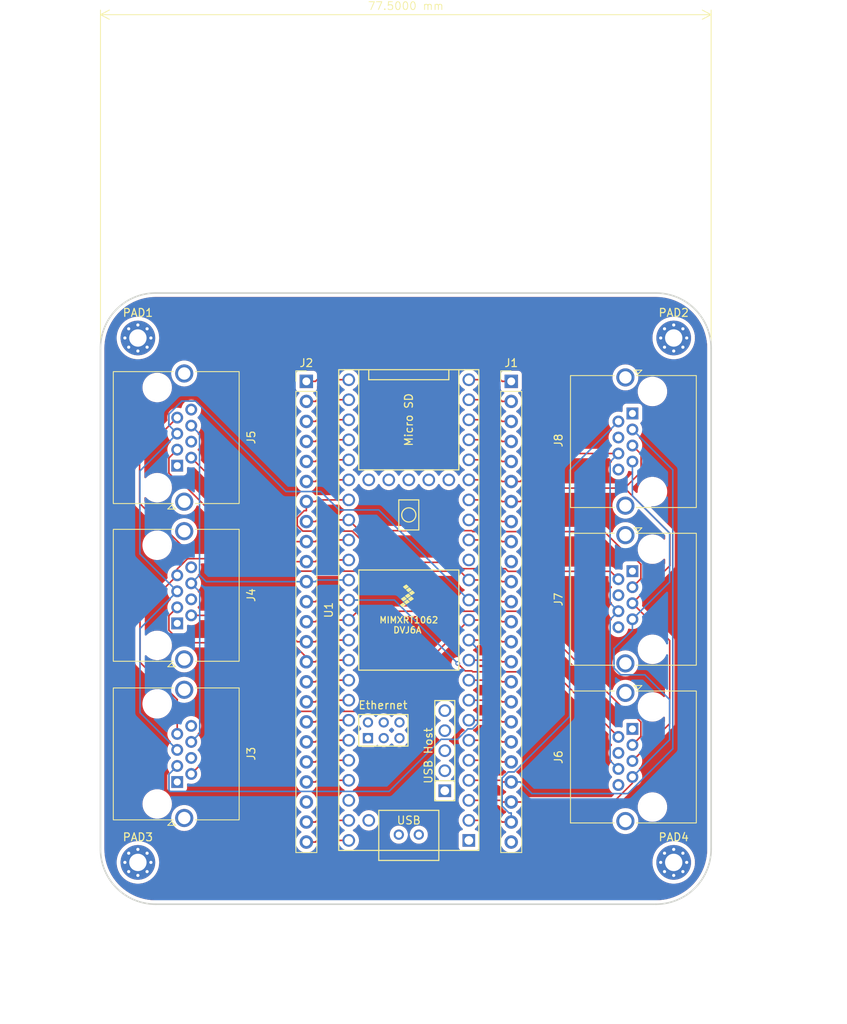
<source format=kicad_pcb>
(kicad_pcb (version 20240108) (generator "pcbnew") (generator_version "8.0")
  (layers (0 "F.Cu" signal) (1 "In1.Cu" power "VCC") (2 "In2.Cu" power "GND") (31 "B.Cu" signal) (34 "B.Paste" user) (35 "F.Paste" user) (36 "B.SilkS" user "B.Silkscreen") (37 "F.SilkS" user "F.Silkscreen") (38 "B.Mask" user) (39 "F.Mask" user) (44 "Edge.Cuts" user))
  (net 0 "")
  (net 16 "/Net-(J1-Pin_20)")
  (net 17 "/Net-(J1-Pin_24)")
  (net 18 "/Net-(J1-Pin_5)")
  (net 19 "/Net-(J1-Pin_23)")
  (net 20 "/Net-(J1-Pin_6)")
  (net 21 "/Net-(J1-Pin_10)")
  (net 22 "/Net-(J1-Pin_7)")
  (net 23 "/Net-(J1-Pin_9)")
  (net 24 "/Net-(J1-Pin_17)")
  (net 25 "/Net-(J1-Pin_21)")
  (net 26 "/Net-(J1-Pin_16)")
  (net 27 "/Net-(J1-Pin_22)")
  (net 28 "/Net-(J1-Pin_8)")
  (net 29 "/Net-(J2-Pin_16)")
  (net 30 "/Net-(J2-Pin_19)")
  (net 31 "/Net-(J2-Pin_6)")
  (net 32 "/Net-(J2-Pin_1)")
  (net 33 "/Net-(J2-Pin_17)")
  (net 34 "/Net-(J2-Pin_2)")
  (net 35 "/Net-(J2-Pin_4)")
  (net 36 "/Net-(J2-Pin_18)")
  (net 37 "/Net-(J2-Pin_3)")
  (net 38 "/Net-(J2-Pin_5)")
  (net 39 "/Net-(J2-Pin_23)")
  (net 40 "/Net-(J2-Pin_21)")
  (net 41 "/Net-(J2-Pin_20)")
  (net 44 "/Net-(J2-Pin_24)")
  (net 47 "3V3")
  (net 48 "/INT0")
  (net 49 "/MOSI0")
  (net 50 "/Net-(J2-Pin_11)")
  (net 51 "/MISO0")
  (net 52 "GND")
  (net 53 "/CS0")
  (net 54 "/INT2")
  (net 55 "/CS2")
  (net 56 "/CS4")
  (net 57 "/INT4")
  (net 58 "/MOSI1")
  (net 59 "/CS3")
  (net 60 "/INT3")
  (net 61 "/Net-(J1-Pin_19)")
  (net 62 "/MISO1")
  (net 63 "/INT5")
  (net 64 "/CS5")
  (net 65 "/CS1")
  (net 66 "/INT1")
  (footprint "Connector_PinHeader_2.54mm:PinHeader_1x24_P2.54mm_Vertical" (layer "F.Cu") (at 136.38 71)
    (property "Reference" "J2")
    (property "Value" "Conn_01x24_Pin")
  )
  (footprint "Connector_RJ:RJ45_Amphenol_RJHSE5380" (layer "F.Cu") (at 177.76 95.07 -90)
    (property "Reference" "J7")
    (property "Value" "RJ45_Amphenol_RJHSE5380")
  )
  (footprint "MountingHole:MountingHole_2.2mm_M2_Pad_Via" (layer "F.Cu") (at 183 65.5)
    (property "Reference" "PAD2")
    (property "Value" "MountingHole")
  )
  (footprint "Connector_RJ:RJ45_Amphenol_RJHSE5380" (layer "F.Cu") (at 119.99 101.69 90)
    (property "Reference" "J4")
    (property "Value" "RJ45_Amphenol_RJHSE5380")
  )
  (footprint "Connector_RJ:RJ45_Amphenol_RJHSE5380" (layer "F.Cu") (at 177.76 75.07 -90)
    (property "Reference" "J8")
    (property "Value" "RJ45_Amphenol_RJHSE5380")
  )
  (footprint "MountingHole:MountingHole_2.2mm_M2_Pad_Via" (layer "F.Cu") (at 115 132)
    (property "Reference" "PAD3")
    (property "Value" "MountingHole")
  )
  (footprint "Connector_RJ:RJ45_Amphenol_RJHSE5380" (layer "F.Cu") (at 177.76 115.07 -90)
    (property "Reference" "J6")
    (property "Value" "RJ45_Amphenol_RJHSE5380")
  )
  (footprint "TEENSY_4.1:Teensy41" (layer "F.Cu") (at 149.38 100 90)
    (property "Reference" "U1")
    (property "Value" "Teensy4.1")
  )
  (footprint "Connector_PinHeader_2.54mm:PinHeader_1x24_P2.54mm_Vertical" (layer "F.Cu") (at 162.38 71)
    (property "Reference" "J1")
    (property "Value" "Conn_01x24_Pin")
  )
  (footprint "MountingHole:MountingHole_2.2mm_M2_Pad_Via" (layer "F.Cu") (at 183 132)
    (property "Reference" "PAD4")
    (property "Value" "MountingHole")
  )
  (footprint "Connector_RJ:RJ45_Amphenol_RJHSE5380" (layer "F.Cu") (at 119.99 81.69 90)
    (property "Reference" "J5")
    (property "Value" "RJ45_Amphenol_RJHSE5380")
  )
  (footprint "MountingHole:MountingHole_2.2mm_M2_Pad_Via" (layer "F.Cu") (at 115 65.5)
    (property "Reference" "PAD1")
    (property "Value" "MountingHole")
  )
  (footprint "Connector_RJ:RJ45_Amphenol_RJHSE5380" (layer "F.Cu") (at 119.99 121.8 90)
    (property "Reference" "J3")
    (property "Value" "RJ45_Amphenol_RJHSE5380")
  )
  (gr_arc (start 110.25 66.8) (mid 112.300253 61.850253) (end 117.25 59.8) (stroke (width 0.2)) (layer "Edge.Cuts"))
  (gr_arc (start 117.25 137.3) (mid 112.300253 135.249747) (end 110.25 130.3) (stroke (width 0.2)) (layer "Edge.Cuts"))
  (gr_line (start 187.75 66.8) (end 187.75 130.3) (stroke (width 0.2)) (layer "Edge.Cuts"))
  (gr_arc (start 180.75 59.8) (mid 185.699747 61.850253) (end 187.75 66.8) (stroke (width 0.2)) (layer "Edge.Cuts"))
  (gr_line (start 180.75 137.3) (end 117.25 137.3) (stroke (width 0.2)) (layer "Edge.Cuts"))
  (gr_line (start 110.25 130.3) (end 110.25 66.8) (stroke (width 0.2)) (layer "Edge.Cuts"))
  (gr_arc (start 187.75 130.3) (mid 185.699747 135.249747) (end 180.75 137.3) (stroke (width 0.2)) (layer "Edge.Cuts"))
  (gr_line (start 117.25 59.8) (end 180.75 59.8) (stroke (width 0.2)) (layer "Edge.Cuts"))
  (dimension (type aligned) (layer "F.SilkS") (pts (xy 110.25 98.55) (xy 187.75 98.55)) (height -74.05) (gr_text "77.5000 mm" (at 149 23.4 0) (layer "F.SilkS") (effects (font (size 1 1) (thickness 0.1)))) (format (prefix "") (suffix "") (units 3) (units_format 1) (precision 4)) (style (thickness 0.1) (arrow_length 1.27) (text_position_mode 0) (extension_height 0.58642) (extension_offset 0.5) keep_text_aligned))
  (segment (start 162.38 81.16) (end 161.2283 81.16) (width 0.2) (layer "F.Cu") (net 16))
  (segment (start 157 80.95) (end 161.0183 80.95) (width 0.2) (layer "F.Cu") (net 16))
  (segment (start 161.0183 80.95) (end 161.2283 81.16) (width 0.2) (layer "F.Cu") (net 16))
  (segment (start 161.0183 70.79) (end 161.2283 71) (width 0.2) (layer "F.Cu") (net 17))
  (segment (start 162.38 71) (end 161.2283 71) (width 0.2) (layer "F.Cu") (net 17))
  (segment (start 157 70.79) (end 161.0183 70.79) (width 0.2) (layer "F.Cu") (net 17))
  (segment (start 157 119.05) (end 161.0183 119.05) (width 0.2) (layer "F.Cu") (net 18))
  (segment (start 162.38 119.26) (end 161.2283 119.26) (width 0.2) (layer "F.Cu") (net 18))
  (segment (start 161.0183 119.05) (end 161.2283 119.26) (width 0.2) (layer "F.Cu") (net 18))
  (segment (start 162.38 73.54) (end 161.2283 73.54) (width 0.2) (layer "F.Cu") (net 19))
  (segment (start 157 73.33) (end 161.0183 73.33) (width 0.2) (layer "F.Cu") (net 19))
  (segment (start 161.0183 73.33) (end 161.2283 73.54) (width 0.2) (layer "F.Cu") (net 19))
  (segment (start 162.38 116.72) (end 161.2283 116.72) (width 0.2) (layer "F.Cu") (net 20))
  (segment (start 157 116.51) (end 161.0183 116.51) (width 0.2) (layer "F.Cu") (net 20))
  (segment (start 161.0183 116.51) (end 161.2283 116.72) (width 0.2) (layer "F.Cu") (net 20))
  (segment (start 161.0183 106.35) (end 161.2283 106.56) (width 0.2) (layer "F.Cu") (net 21))
  (segment (start 162.38 106.56) (end 161.2283 106.56) (width 0.2) (layer "F.Cu") (net 21))
  (segment (start 157 106.35) (end 161.0183 106.35) (width 0.2) (layer "F.Cu") (net 21))
  (segment (start 157 113.97) (end 161.0183 113.97) (width 0.2) (layer "F.Cu") (net 22))
  (segment (start 162.38 114.18) (end 161.2283 114.18) (width 0.2) (layer "F.Cu") (net 22))
  (segment (start 161.0183 113.97) (end 161.2283 114.18) (width 0.2) (layer "F.Cu") (net 22))
  (segment (start 162.38 109.1) (end 161.2283 109.1) (width 0.2) (layer "F.Cu") (net 23))
  (segment (start 161.0183 108.89) (end 161.2283 109.1) (width 0.2) (layer "F.Cu") (net 23))
  (segment (start 157 108.89) (end 161.0183 108.89) (width 0.2) (layer "F.Cu") (net 23))
  (segment (start 157 88.57) (end 161.0183 88.57) (width 0.2) (layer "F.Cu") (net 24))
  (segment (start 161.0183 88.57) (end 161.2283 88.78) (width 0.2) (layer "F.Cu") (net 24))
  (segment (start 162.38 88.78) (end 161.2283 88.78) (width 0.2) (layer "F.Cu") (net 24))
  (segment (start 157 78.41) (end 161.0183 78.41) (width 0.2) (layer "F.Cu") (net 25))
  (segment (start 161.0183 78.41) (end 161.2283 78.62) (width 0.2) (layer "F.Cu") (net 25))
  (segment (start 162.38 78.62) (end 161.2283 78.62) (width 0.2) (layer "F.Cu") (net 25))
  (segment (start 161.0183 91.11) (end 161.2283 91.32) (width 0.2) (layer "F.Cu") (net 26))
  (segment (start 162.38 91.32) (end 161.2283 91.32) (width 0.2) (layer "F.Cu") (net 26))
  (segment (start 157 91.11) (end 161.0183 91.11) (width 0.2) (layer "F.Cu") (net 26))
  (segment (start 162.38 76.08) (end 161.2283 76.08) (width 0.2) (layer "F.Cu") (net 27))
  (segment (start 161.0183 75.87) (end 161.2283 76.08) (width 0.2) (layer "F.Cu") (net 27))
  (segment (start 157 75.87) (end 161.0183 75.87) (width 0.2) (layer "F.Cu") (net 27))
  (segment (start 161.0183 111.43) (end 161.2283 111.64) (width 0.2) (layer "F.Cu") (net 28))
  (segment (start 157 111.43) (end 161.0183 111.43) (width 0.2) (layer "F.Cu") (net 28))
  (segment (start 162.38 111.64) (end 161.2283 111.64) (width 0.2) (layer "F.Cu") (net 28))
  (segment (start 141.76 108.89) (end 137.7417 108.89) (width 0.2) (layer "F.Cu") (net 29))
  (segment (start 137.7417 108.89) (end 137.5317 109.1) (width 0.2) (layer "F.Cu") (net 29))
  (segment (start 136.38 109.1) (end 137.5317 109.1) (width 0.2) (layer "F.Cu") (net 29))
  (segment (start 136.38 116.72) (end 137.5317 116.72) (width 0.2) (layer "F.Cu") (net 30))
  (segment (start 137.7417 116.51) (end 137.5317 116.72) (width 0.2) (layer "F.Cu") (net 30))
  (segment (start 141.76 116.51) (end 137.7417 116.51) (width 0.2) (layer "F.Cu") (net 30))
  (segment (start 141.76 83.49) (end 137.7417 83.49) (width 0.2) (layer "F.Cu") (net 31))
  (segment (start 137.7417 83.49) (end 137.5317 83.7) (width 0.2) (layer "F.Cu") (net 31))
  (segment (start 136.38 83.7) (end 137.5317 83.7) (width 0.2) (layer "F.Cu") (net 31))
  (segment (start 136.38 71) (end 137.5317 71) (width 0.2) (layer "F.Cu") (net 32))
  (segment (start 137.7417 70.79) (end 137.5317 71) (width 0.2) (layer "F.Cu") (net 32))
  (segment (start 141.76 70.79) (end 137.7417 70.79) (width 0.2) (layer "F.Cu") (net 32))
  (segment (start 137.7417 111.43) (end 137.5317 111.64) (width 0.2) (layer "F.Cu") (net 33))
  (segment (start 141.76 111.43) (end 137.7417 111.43) (width 0.2) (layer "F.Cu") (net 33))
  (segment (start 136.38 111.64) (end 137.5317 111.64) (width 0.2) (layer "F.Cu") (net 33))
  (segment (start 137.7417 73.33) (end 137.5317 73.54) (width 0.2) (layer "F.Cu") (net 34))
  (segment (start 136.38 73.54) (end 137.5317 73.54) (width 0.2) (layer "F.Cu") (net 34))
  (segment (start 141.76 73.33) (end 137.7417 73.33) (width 0.2) (layer "F.Cu") (net 34))
  (segment (start 137.7417 78.41) (end 137.5317 78.62) (width 0.2) (layer "F.Cu") (net 35))
  (segment (start 141.76 78.41) (end 137.7417 78.41) (width 0.2) (layer "F.Cu") (net 35))
  (segment (start 136.38 78.62) (end 137.5317 78.62) (width 0.2) (layer "F.Cu") (net 35))
  (segment (start 137.7417 113.97) (end 137.5317 114.18) (width 0.2) (layer "F.Cu") (net 36))
  (segment (start 141.76 113.97) (end 137.7417 113.97) (width 0.2) (layer "F.Cu") (net 36))
  (segment (start 136.38 114.18) (end 137.5317 114.18) (width 0.2) (layer "F.Cu") (net 36))
  (segment (start 136.38 76.08) (end 137.5317 76.08) (width 0.2) (layer "F.Cu") (net 37))
  (segment (start 137.7417 75.87) (end 137.5317 76.08) (width 0.2) (layer "F.Cu") (net 37))
  (segment (start 141.76 75.87) (end 137.7417 75.87) (width 0.2) (layer "F.Cu") (net 37))
  (segment (start 136.38 81.16) (end 137.5317 81.16) (width 0.2) (layer "F.Cu") (net 38))
  (segment (start 137.7417 80.95) (end 137.5317 81.16) (width 0.2) (layer "F.Cu") (net 38))
  (segment (start 141.76 80.95) (end 137.7417 80.95) (width 0.2) (layer "F.Cu") (net 38))
  (segment (start 136.38 126.88) (end 137.5317 126.88) (width 0.2) (layer "F.Cu") (net 39))
  (segment (start 137.7417 126.67) (end 137.5317 126.88) (width 0.2) (layer "F.Cu") (net 39))
  (segment (start 141.76 126.67) (end 137.7417 126.67) (width 0.2) (layer "F.Cu") (net 39))
  (segment (start 136.38 121.8) (end 137.5317 121.8) (width 0.2) (layer "F.Cu") (net 40))
  (segment (start 141.76 121.59) (end 137.7417 121.59) (width 0.2) (layer "F.Cu") (net 40))
  (segment (start 137.7417 121.59) (end 137.5317 121.8) (width 0.2) (layer "F.Cu") (net 40))
  (segment (start 136.38 119.26) (end 137.5317 119.26) (width 0.2) (layer "F.Cu") (net 41))
  (segment (start 141.76 119.05) (end 137.7417 119.05) (width 0.2) (layer "F.Cu") (net 41))
  (segment (start 137.7417 119.05) (end 137.5317 119.26) (width 0.2) (layer "F.Cu") (net 41))
  (segment (start 137.7417 129.21) (end 137.5317 129.42) (width 0.2) (layer "F.Cu") (net 44))
  (segment (start 136.38 129.42) (end 137.5317 129.42) (width 0.2) (layer "F.Cu") (net 44))
  (segment (start 141.76 129.21) (end 137.7417 129.21) (width 0.2) (layer "F.Cu") (net 44))
  (segment (start 157.001 103.81) (end 157.0005 103.81) (width 0.2) (layer "F.Cu") (net 48))
  (segment (start 157.0613 103.81) (end 157.0307 103.81) (width 0.2) (layer "F.Cu") (net 48))
  (segment (start 157.0003 103.81) (end 157.0002 103.81) (width 0.2) (layer "F.Cu") (net 48))
  (segment (start 157.0005 103.81) (end 157.0003 103.81) (width 0.2) (layer "F.Cu") (net 48))
  (segment (start 157.1225 103.81) (end 157.0613 103.81) (width 0.2) (layer "F.Cu") (net 48))
  (segment (start 161.0183 103.81) (end 157.49 103.81) (width 0.2) (layer "F.Cu") (net 48))
  (segment (start 157.49 103.81) (end 157.245 103.81) (width 0.2) (layer "F.Cu") (net 48))
  (segment (start 157.0077 103.81) (end 157.0039 103.81) (width 0.2) (layer "F.Cu") (net 48))
  (segment (start 157.0002 103.81) (end 157.0001 103.81) (width 0.2) (layer "F.Cu") (net 48))
  (segment (start 157.002 103.81) (end 157.001 103.81) (width 0.2) (layer "F.Cu") (net 48))
  (segment (start 157.245 103.81) (end 157.1225 103.81) (width 0.2) (layer "F.Cu") (net 48))
  (segment (start 157.0039 103.81) (end 157.002 103.81) (width 0.2) (layer "F.Cu") (net 48))
  (segment (start 157.0154 103.81) (end 157.0077 103.81) (width 0.2) (layer "F.Cu") (net 48))
  (segment (start 162.38 104.02) (end 161.2283 104.02) (width 0.2) (layer "F.Cu") (net 48))
  (segment (start 157.0001 103.81) (end 157 103.81) (width 0.2) (layer "F.Cu") (net 48))
  (segment (start 161.2283 104.02) (end 161.0183 103.81) (width 0.2) (layer "F.Cu") (net 48))
  (segment (start 157.0307 103.81) (end 157.0154 103.81) (width 0.2) (layer "F.Cu") (net 48))
  (segment (start 118.94 122.85) (end 119.09 123) (width 0.2) (layer "B.Cu") (net 48))
  (segment (start 146.88 123) (end 153.4892 116.3908) (width 0.2) (layer "B.Cu") (net 48))
  (segment (start 158.1 104.91) (end 157 103.81) (width 0.2) (layer "B.Cu") (net 48))
  (segment (start 119.99 119.768) (end 118.94 120.818) (width 0.2) (layer "B.Cu") (net 48))
  (segment (start 119.09 123) (end 146.88 123) (width 0.2) (layer "B.Cu") (net 48))
  (segment (start 153.4892 116.3908) (end 155.5592 116.3908) (width 0.2) (layer "B.Cu") (net 48))
  (segment (start 155.5592 116.3908) (end 156.88 115.07) (width 0.2) (layer "B.Cu") (net 48))
  (segment (start 157.455635 115.07) (end 158.1 114.425635) (width 0.2) (layer "B.Cu") (net 48))
  (segment (start 156.88 115.07) (end 157.455635 115.07) (width 0.2) (layer "B.Cu") (net 48))
  (segment (start 118.94 120.818) (end 118.94 122.85) (width 0.2) (layer "B.Cu") (net 48))
  (segment (start 158.1 114.425635) (end 158.1 104.91) (width 0.2) (layer "B.Cu") (net 48))
  (segment (start 161.0183 98.73) (end 157 98.73) (width 0.2) (layer "F.Cu") (net 49))
  (segment (start 162.38 98.94) (end 161.2283 98.94) (width 0.2) (layer "F.Cu") (net 49))
  (segment (start 161.2283 98.94) (end 161.0183 98.73) (width 0.2) (layer "F.Cu") (net 49))
  (segment (start 138.205 84.97) (end 133.7828 84.97) (width 0.2) (layer "B.Cu") (net 49))
  (segment (start 119.99 77.626) (end 115.2513 82.3647) (width 0.2) (layer "B.Cu") (net 49))
  (segment (start 115.2513 82.3647) (end 115.2513 92.8873) (width 0.2) (layer "B.Cu") (net 49))
  (segment (start 115.2513 92.8873) (end 119.99 97.626) (width 0.2) (layer "B.Cu") (net 49))
  (segment (start 118.929 75.1458) (end 118.929 76.565) (width 0.2) (layer "B.Cu") (net 49))
  (segment (start 119.99 97.626) (end 115.2683 102.3477) (width 0.2) (layer "B.Cu") (net 49))
  (segment (start 140.535 87.3) (end 138.205 84.97) (width 0.2) (layer "B.Cu") (net 49))
  (segment (start 120.5815 73.4933) (end 118.929 75.1458) (width 0.2) (layer "B.Cu") (net 49))
  (segment (start 115.2683 113.0143) (end 119.99 117.736) (width 0.2) (layer "B.Cu") (net 49))
  (segment (start 157 98.73) (end 145.57 87.3) (width 0.2) (layer "B.Cu") (net 49))
  (segment (start 133.7828 84.97) (end 122.3061 73.4933) (width 0.2) (layer "B.Cu") (net 49))
  (segment (start 145.57 87.3) (end 140.535 87.3) (width 0.2) (layer "B.Cu") (net 49))
  (segment (start 118.929 76.565) (end 119.99 77.626) (width 0.2) (layer "B.Cu") (net 49))
  (segment (start 122.3061 73.4933) (end 120.5815 73.4933) (width 0.2) (layer "B.Cu") (net 49))
  (segment (start 115.2683 102.3477) (end 115.2683 113.0143) (width 0.2) (layer "B.Cu") (net 49))
  (segment (start 136.38 96.4) (end 137.5317 96.4) (width 0.2) (layer "B.Cu") (net 50))
  (segment (start 122.8424 115.6476) (end 122.8424 97.6824) (width 0.2) (layer "B.Cu") (net 50))
  (segment (start 136.38 96.4) (end 123.6634 96.4) (width 0.2) (layer "B.Cu") (net 50))
  (segment (start 122.8217 95.5583) (end 121.77 96.61) (width 0.2) (layer "B.Cu") (net 50))
  (segment (start 122.8424 97.6824) (end 121.77 96.61) (width 0.2) (layer "B.Cu") (net 50))
  (segment (start 141.76 96.19) (end 137.7417 96.19) (width 0.2) (layer "B.Cu") (net 50))
  (segment (start 121.77 116.72) (end 122.8424 115.6476) (width 0.2) (layer "B.Cu") (net 50))
  (segment (start 123.6634 96.4) (end 122.8217 95.5583) (width 0.2) (layer "B.Cu") (net 50))
  (segment (start 137.7417 96.19) (end 137.5317 96.4) (width 0.2) (layer "B.Cu") (net 50))
  (segment (start 121.77 76.61) (end 122.8217 77.6617) (width 0.2) (layer "B.Cu") (net 50))
  (segment (start 122.8217 77.6617) (end 122.8217 95.5583) (width 0.2) (layer "B.Cu") (net 50))
  (segment (start 115.217 86.4686) (end 115.217 80.367) (width 0.2) (layer "F.Cu") (net 51))
  (segment (start 161.0183 96.19) (end 157 96.19) (width 0.2) (layer "F.Cu") (net 51))
  (segment (start 121.3032 93.4854) (end 119.99 94.7986) (width 0.2) (layer "F.Cu") (net 51))
  (segment (start 155.8758 95.0658) (end 126.8404 95.0658) (width 0.2) (layer "F.Cu") (net 51))
  (segment (start 119.99 95.594) (end 115.2692 100.3148) (width 0.2) (layer "F.Cu") (net 51))
  (segment (start 157 96.19) (end 155.8758 95.0658) (width 0.2) (layer "F.Cu") (net 51))
  (segment (start 121.3032 93.4854) (end 121.3032 92.5548) (width 0.2) (layer "F.Cu") (net 51))
  (segment (start 125.26 93.4854) (end 121.3032 93.4854) (width 0.2) (layer "F.Cu") (net 51))
  (segment (start 126.8404 95.0658) (end 125.26 93.4854) (width 0.2) (layer "F.Cu") (net 51))
  (segment (start 115.217 80.367) (end 119.99 75.594) (width 0.2) (layer "F.Cu") (net 51))
  (segment (start 162.38 96.4) (end 161.2283 96.4) (width 0.2) (layer "F.Cu") (net 51))
  (segment (start 161.2283 96.4) (end 161.0183 96.19) (width 0.2) (layer "F.Cu") (net 51))
  (segment (start 119.99 94.7986) (end 119.99 95.594) (width 0.2) (layer "F.Cu") (net 51))
  (segment (start 115.2692 100.3148) (end 115.2692 106.6308) (width 0.2) (layer "F.Cu") (net 51))
  (segment (start 119.99 111.3516) (end 119.99 115.704) (width 0.2) (layer "F.Cu") (net 51))
  (segment (start 121.3032 92.5548) (end 115.217 86.4686) (width 0.2) (layer "F.Cu") (net 51))
  (segment (start 115.2692 106.6308) (end 119.99 111.3516) (width 0.2) (layer "F.Cu") (net 51))
  (segment (start 162.38 101.48) (end 161.2283 101.48) (width 0.2) (layer "F.Cu") (net 53))
  (segment (start 161.0183 101.27) (end 157 101.27) (width 0.2) (layer "F.Cu") (net 53))
  (segment (start 161.2283 101.48) (end 161.0183 101.27) (width 0.2) (layer "F.Cu") (net 53))
  (segment (start 145.4238 112.8462) (end 157 101.27) (width 0.2) (layer "F.Cu") (net 53))
  (segment (start 129.7078 112.8462) (end 145.4238 112.8462) (width 0.2) (layer "F.Cu") (net 53))
  (segment (start 121.77 120.784) (end 129.7078 112.8462) (width 0.2) (layer "F.Cu") (net 53))
  (segment (start 136.9559 106.56) (end 134.5381 104.1422) (width 0.2) (layer "F.Cu") (net 54))
  (segment (start 141.76 106.35) (end 137.7417 106.35) (width 0.2) (layer "F.Cu") (net 54))
  (segment (start 136.9559 106.56) (end 137.5317 106.56) (width 0.2) (layer "F.Cu") (net 54))
  (segment (start 137.7417 106.35) (end 137.5317 106.56) (width 0.2) (layer "F.Cu") (net 54))
  (segment (start 118.9319 102.5598) (end 118.9319 100.7161) (width 0.2) (layer "F.Cu") (net 54))
  (segment (start 120.5143 104.1422) (end 118.9319 102.5598) (width 0.2) (layer "F.Cu") (net 54))
  (segment (start 118.9319 100.7161) (end 119.99 99.658) (width 0.2) (layer "F.Cu") (net 54))
  (segment (start 134.5381 104.1422) (end 120.5143 104.1422) (width 0.2) (layer "F.Cu") (net 54))
  (segment (start 136.38 106.56) (end 136.9559 106.56) (width 0.2) (layer "F.Cu") (net 54))
  (segment (start 136.38 104.02) (end 137.5317 104.02) (width 0.2) (layer "F.Cu") (net 55))
  (segment (start 121.77 100.674) (end 131.8823 100.674) (width 0.2) (layer "F.Cu") (net 55))
  (segment (start 137.7417 103.81) (end 137.5317 104.02) (width 0.2) (layer "F.Cu") (net 55))
  (segment (start 141.76 103.81) (end 137.7417 103.81) (width 0.2) (layer "F.Cu") (net 55))
  (segment (start 136.38 104.02) (end 135.2283 104.02) (width 0.2) (layer "F.Cu") (net 55))
  (segment (start 131.8823 100.674) (end 135.2283 104.02) (width 0.2) (layer "F.Cu") (net 55))
  (segment (start 141.76 91.11) (end 137.7417 91.11) (width 0.2) (layer "F.Cu") (net 56))
  (segment (start 121.77 80.674) (end 132.416 91.32) (width 0.2) (layer "F.Cu") (net 56))
  (segment (start 132.416 91.32) (end 136.38 91.32) (width 0.2) (layer "F.Cu") (net 56))
  (segment (start 136.38 91.32) (end 137.5317 91.32) (width 0.2) (layer "F.Cu") (net 56))
  (segment (start 137.7417 91.11) (end 137.5317 91.32) (width 0.2) (layer "F.Cu") (net 56))
  (segment (start 118.9319 80.7161) (end 119.99 79.658) (width 0.2) (layer "F.Cu") (net 57))
  (segment (start 136.38 93.86) (end 130.5859 93.86) (width 0.2) (layer "F.Cu") (net 57))
  (segment (start 141.76 93.65) (end 137.7417 93.65) (width 0.2) (layer "F.Cu") (net 57))
  (segment (start 136.38 93.86) (end 137.5317 93.86) (width 0.2) (layer "F.Cu") (net 57))
  (segment (start 118.9319 82.6294) (end 118.9319 80.7161) (width 0.2) (layer "F.Cu") (net 57))
  (segment (start 120.9605 84.2346) (end 120.5371 84.2346) (width 0.2) (layer "F.Cu") (net 57))
  (segment (start 130.5859 93.86) (end 120.9605 84.2346) (width 0.2) (layer "F.Cu") (net 57))
  (segment (start 137.7417 93.65) (end 137.5317 93.86) (width 0.2) (layer "F.Cu") (net 57))
  (segment (start 120.5371 84.2346) (end 118.9319 82.6294) (width 0.2) (layer "F.Cu") (net 57))
  (segment (start 182.4927 103.8667) (end 182.4927 114.4013) (width 0.2) (layer "F.Cu") (net 58))
  (segment (start 182.5224 94.3716) (end 177.76 99.134) (width 0.2) (layer "F.Cu") (net 58))
  (segment (start 161.0183 86.03) (end 161.2283 86.24) (width 0.2) (layer "F.Cu") (net 58))
  (segment (start 157 86.03) (end 161.0183 86.03) (width 0.2) (layer "F.Cu") (net 58))
  (segment (start 182.5224 90.2807) (end 182.5224 94.3716) (width 0.2) (layer "F.Cu") (net 58))
  (segment (start 161.8042 86.24) (end 161.2283 86.24) (width 0.2) (layer "F.Cu") (net 58))
  (segment (start 162.38 86.24) (end 163.5317 86.24) (width 0.2) (layer "F.Cu") (net 58))
  (segment (start 165.2347 84.537) (end 163.5317 86.24) (width 0.2) (layer "F.Cu") (net 58))
  (segment (start 176.7787 84.537) (end 165.2347 84.537) (width 0.2) (layer "F.Cu") (net 58))
  (segment (start 178.8629 82.4528) (end 176.7787 84.537) (width 0.2) (layer "F.Cu") (net 58))
  (segment (start 182.4927 114.4013) (end 177.76 119.134) (width 0.2) (layer "F.Cu") (net 58))
  (segment (start 177.76 99.134) (end 182.4927 103.8667) (width 0.2) (layer "F.Cu") (net 58))
  (segment (start 178.8629 80.2369) (end 178.8629 82.4528) (width 0.2) (layer "F.Cu") (net 58))
  (segment (start 177.76 79.134) (end 178.8629 80.2369) (width 0.2) (layer "F.Cu") (net 58))
  (segment (start 176.7787 84.537) (end 182.5224 90.2807) (width 0.2) (layer "F.Cu") (net 58))
  (segment (start 162.38 86.24) (end 161.8042 86.24) (width 0.2) (layer "F.Cu") (net 58))
  (segment (start 167.724 107.83) (end 175.98 116.086) (width 0.2) (layer "F.Cu") (net 59))
  (segment (start 157.4981 107.83) (end 167.724 107.83) (width 0.2) (layer "F.Cu") (net 59))
  (segment (start 141.76 98.73) (end 137.7417 98.73) (width 0.2) (layer "F.Cu") (net 59))
  (segment (start 136.38 98.94) (end 137.5317 98.94) (width 0.2) (layer "F.Cu") (net 59))
  (segment (start 156.5322 107.7102) (end 157.3783 107.7102) (width 0.2) (layer "F.Cu") (net 59))
  (segment (start 155.5888 106.7668) (end 156.5322 107.7102) (width 0.2) (layer "F.Cu") (net 59))
  (segment (start 157.3783 107.7102) (end 157.4981 107.83) (width 0.2) (layer "F.Cu") (net 59))
  (segment (start 137.7417 98.73) (end 137.5317 98.94) (width 0.2) (layer "F.Cu") (net 59))
  (via (at 155.5888 106.7668) (size 0.6) (drill 0.3) (layers "F.Cu" "B.Cu") (net 59))
  (segment (start 141.76 98.73) (end 147.552 98.73) (width 0.2) (layer "B.Cu") (net 59))
  (segment (start 147.552 98.73) (end 155.5888 106.7668) (width 0.2) (layer "B.Cu") (net 59))
  (segment (start 178.8352 116.0268) (end 178.8352 114.1997) (width 0.2) (layer "F.Cu") (net 60))
  (segment (start 178.8352 114.1997) (end 177.247 112.6115) (width 0.2) (layer "F.Cu") (net 60))
  (segment (start 177.76 117.102) (end 178.8352 116.0268) (width 0.2) (layer "F.Cu") (net 60))
  (segment (start 137.7417 101.27) (end 137.5317 101.48) (width 0.2) (layer "F.Cu") (net 60))
  (segment (start 141.76 101.27) (end 137.7417 101.27) (width 0.2) (layer "F.Cu") (net 60))
  (segment (start 164.2753 100.1501) (end 142.8799 100.1501) (width 0.2) (layer "F.Cu") (net 60))
  (segment (start 142.8799 100.1501) (end 141.76 101.27) (width 0.2) (layer "F.Cu") (net 60))
  (segment (start 176.7367 112.6115) (end 164.2753 100.1501) (width 0.2) (layer "F.Cu") (net 60))
  (segment (start 177.247 112.6115) (end 176.7367 112.6115) (width 0.2) (layer "F.Cu") (net 60))
  (segment (start 136.38 101.48) (end 137.5317 101.48) (width 0.2) (layer "F.Cu") (net 60))
  (segment (start 157 83.49) (end 161.0183 83.49) (width 0.2) (layer "F.Cu") (net 61))
  (segment (start 162.38 83.7) (end 161.2283 83.7) (width 0.2) (layer "F.Cu") (net 61))
  (segment (start 162.38 83.7) (end 163.5317 83.7) (width 0.2) (layer "F.Cu") (net 61))
  (segment (start 161.0183 83.49) (end 161.2283 83.7) (width 0.2) (layer "F.Cu") (net 61))
  (segment (start 175.98 80.15) (end 167.0817 80.15) (width 0.2) (layer "F.Cu") (net 61))
  (segment (start 167.0817 80.15) (end 163.5317 83.7) (width 0.2) (layer "F.Cu") (net 61))
  (segment (start 174.9283 99.0983) (end 175.98 100.15) (width 0.2) (layer "B.Cu") (net 61))
  (segment (start 174.9283 101.2017) (end 175.98 100.15) (width 0.2) (layer "B.Cu") (net 61))
  (segment (start 175.98 120.15) (end 174.9283 119.0983) (width 0.2) (layer "B.Cu") (net 61))
  (segment (start 175.98 80.15) (end 174.9283 81.2017) (width 0.2) (layer "B.Cu") (net 61))
  (segment (start 174.9283 119.0983) (end 174.9283 101.2017) (width 0.2) (layer "B.Cu") (net 61))
  (segment (start 174.9283 81.2017) (end 174.9283 99.0983) (width 0.2) (layer "B.Cu") (net 61))
  (segment (start 157 124.13) (end 161.0183 124.13) (width 0.2) (layer "F.Cu") (net 62))
  (segment (start 175.3657 124.34) (end 177.76 121.9457) (width 0.2) (layer "F.Cu") (net 62))
  (segment (start 161.0183 124.13) (end 161.2283 124.34) (width 0.2) (layer "F.Cu") (net 62))
  (segment (start 177.76 121.9457) (end 177.76 121.166) (width 0.2) (layer "F.Cu") (net 62))
  (segment (start 162.38 124.34) (end 161.2283 124.34) (width 0.2) (layer "F.Cu") (net 62))
  (segment (start 162.38 124.34) (end 175.3657 124.34) (width 0.2) (layer "F.Cu") (net 62))
  (segment (start 177.76 85.5183) (end 182.4782 90.2365) (width 0.2) (layer "B.Cu") (net 62))
  (segment (start 182.4782 96.4478) (end 177.76 101.166) (width 0.2) (layer "B.Cu") (net 62))
  (segment (start 177.76 81.166) (end 177.76 85.5183) (width 0.2) (layer "B.Cu") (net 62))
  (segment (start 177.76 102.5543) (end 177.76 101.166) (width 0.2) (layer "B.Cu") (net 62))
  (segment (start 182.4767 111.3491) (end 179.3393 108.2117) (width 0.2) (layer "B.Cu") (net 62))
  (segment (start 175.4183 107.3613) (end 175.4183 104.896) (width 0.2) (layer "B.Cu") (net 62))
  (segment (start 179.3393 108.2117) (end 176.2687 108.2117) (width 0.2) (layer "B.Cu") (net 62))
  (segment (start 182.4782 90.2365) (end 182.4782 96.4478) (width 0.2) (layer "B.Cu") (net 62))
  (segment (start 176.2687 108.2117) (end 175.4183 107.3613) (width 0.2) (layer "B.Cu") (net 62))
  (segment (start 182.4767 116.4493) (end 182.4767 111.3491) (width 0.2) (layer "B.Cu") (net 62))
  (segment (start 177.76 121.166) (end 182.4767 116.4493) (width 0.2) (layer "B.Cu") (net 62))
  (segment (start 175.4183 104.896) (end 177.76 102.5543) (width 0.2) (layer "B.Cu") (net 62))
  (segment (start 157.4981 90.05) (end 174.1752 90.05) (width 0.2) (layer "F.Cu") (net 63))
  (segment (start 176.7367 92.6115) (end 177.247 92.6115) (width 0.2) (layer "F.Cu") (net 63))
  (segment (start 177.247 92.6115) (end 178.8352 94.1997) (width 0.2) (layer "F.Cu") (net 63))
  (segment (start 137.7417 88.57) (end 141.76 88.57) (width 0.2) (layer "F.Cu") (net 63))
  (segment (start 143.1202 89.9302) (end 157.3783 89.9302) (width 0.2) (layer "F.Cu") (net 63))
  (segment (start 157.3783 89.9302) (end 157.4981 90.05) (width 0.2) (layer "F.Cu") (net 63))
  (segment (start 174.1752 90.05) (end 176.7367 92.6115) (width 0.2) (layer "F.Cu") (net 63))
  (segment (start 137.5317 88.78) (end 137.7417 88.57) (width 0.2) (layer "F.Cu") (net 63))
  (segment (start 141.76 88.57) (end 143.1202 89.9302) (width 0.2) (layer "F.Cu") (net 63))
  (segment (start 178.8352 94.1997) (end 178.8352 96.0268) (width 0.2) (layer "F.Cu") (net 63))
  (segment (start 136.38 88.78) (end 137.5317 88.78) (width 0.2) (layer "F.Cu") (net 63))
  (segment (start 178.8352 96.0268) (end 177.76 97.102) (width 0.2) (layer "F.Cu") (net 63))
  (segment (start 135.2245 89.2871) (end 135.2245 88.2787) (width 0.2) (layer "F.Cu") (net 64))
  (segment (start 137.7417 86.03) (end 137.5317 86.24) (width 0.2) (layer "F.Cu") (net 64))
  (segment (start 135.9276 89.9902) (end 135.2245 89.2871) (width 0.2) (layer "F.Cu") (net 64))
  (segment (start 161.981 95.0898) (end 161.6429 94.7517) (width 0.2) (layer "F.Cu") (net 64))
  (segment (start 136.38 86.24) (end 137.5317 86.24) (width 0.2) (layer "F.Cu") (net 64))
  (segment (start 136.38 86.24) (end 136.38 87.3917) (width 0.2) (layer "F.Cu") (net 64))
  (segment (start 174.9838 95.0898) (end 161.981 95.0898) (width 0.2) (layer "F.Cu") (net 64))
  (segment (start 135.2245 88.2787) (end 136.1115 87.3917) (width 0.2) (layer "F.Cu") (net 64))
  (segment (start 136.1115 87.3917) (end 136.38 87.3917) (width 0.2) (layer "F.Cu") (net 64))
  (segment (start 161.6429 94.7517) (end 156.1895 94.7517) (width 0.2) (layer "F.Cu") (net 64))
  (segment (start 146.1642 93.9494) (end 142.205 89.9902) (width 0.2) (layer "F.Cu") (net 64))
  (segment (start 175.98 96.086) (end 174.9838 95.0898) (width 0.2) (layer "F.Cu") (net 64))
  (segment (start 141.76 86.03) (end 137.7417 86.03) (width 0.2) (layer "F.Cu") (net 64))
  (segment (start 142.205 89.9902) (end 135.9276 89.9902) (width 0.2) (layer "F.Cu") (net 64))
  (segment (start 155.3872 93.9494) (end 146.1642 93.9494) (width 0.2) (layer "F.Cu") (net 64))
  (segment (start 156.1895 94.7517) (end 155.3872 93.9494) (width 0.2) (layer "F.Cu") (net 64))
  (segment (start 161.0183 126.67) (end 161.2283 126.88) (width 0.2) (layer "F.Cu") (net 65))
  (segment (start 157 126.67) (end 161.0183 126.67) (width 0.2) (layer "F.Cu") (net 65))
  (segment (start 162.38 126.88) (end 161.2283 126.88) (width 0.2) (layer "F.Cu") (net 65))
  (segment (start 161.9917 120.53) (end 162.7609 120.53) (width 0.2) (layer "B.Cu") (net 65))
  (segment (start 161.2232 124.8594) (end 161.2232 121.2985) (width 0.2) (layer "B.Cu") (net 65))
  (segment (start 169.7883 82.2777) (end 175.98 76.086) (width 0.2) (layer "B.Cu") (net 65))
  (segment (start 161.2232 121.2985) (end 161.9917 120.53) (width 0.2) (layer "B.Cu") (net 65))
  (segment (start 169.7883 113.5026) (end 169.7883 82.2777) (width 0.2) (layer "B.Cu") (net 65))
  (segment (start 162.38 125.7283) (end 162.0921 125.7283) (width 0.2) (layer "B.Cu") (net 65))
  (segment (start 162.7609 120.53) (end 169.7883 113.5026) (width 0.2) (layer "B.Cu") (net 65))
  (segment (start 162.38 126.88) (end 162.38 125.7283) (width 0.2) (layer "B.Cu") (net 65))
  (segment (start 162.0921 125.7283) (end 161.2232 124.8594) (width 0.2) (layer "B.Cu") (net 65))
  (segment (start 161.0183 121.59) (end 161.2283 121.8) (width 0.2) (layer "F.Cu") (net 66))
  (segment (start 157 121.59) (end 161.0183 121.59) (width 0.2) (layer "F.Cu") (net 66))
  (segment (start 162.38 121.8) (end 161.2283 121.8) (width 0.2) (layer "F.Cu") (net 66))
  (segment (start 177.1986 123.2732) (end 182.8829 117.5889) (width 0.2) (layer "B.Cu") (net 66))
  (segment (start 182.8829 82.2249) (end 177.76 77.102) (width 0.2) (layer "B.Cu") (net 66))
  (segment (start 163.5317 121.8) (end 165.0049 123.2732) (width 0.2) (layer "B.Cu") (net 66))
  (segment (start 182.8829 117.5889) (end 182.8829 82.2249) (width 0.2) (layer "B.Cu") (net 66))
  (segment (start 165.0049 123.2732) (end 177.1986 123.2732) (width 0.2) (layer "B.Cu") (net 66))
  (segment (start 162.38 121.8) (end 163.5317 121.8) (width 0.2) (layer "B.Cu") (net 66))
  (zone (net 0) (net_name "") (layer "F.Cu") (name "Ground") (priority 2) (connect_pads (clearance 0.5)) (min_thickness 0.25) (fill yes (thermal_gap 0.5) (thermal_bridge_width 0.5) (island_removal_mode 1) (island_area_min 10))
    (polygon (pts (xy 100.451605 45.451605) (xy 202.5 45) (xy 202.5 150) (xy 100 150)))
  )
  (zone (net 0) (net_name "") (layer "B.Cu") (name "Ground") (priority 3) (connect_pads (clearance 0.5)) (min_thickness 0.25) (fill yes (thermal_gap 0.5) (thermal_bridge_width 0.5) (island_removal_mode 1) (island_area_min 10))
    (polygon (pts (xy 97.5 42.5) (xy 205 42.5) (xy 205 152.5) (xy 97.5 152.5)))
  )
)
</source>
